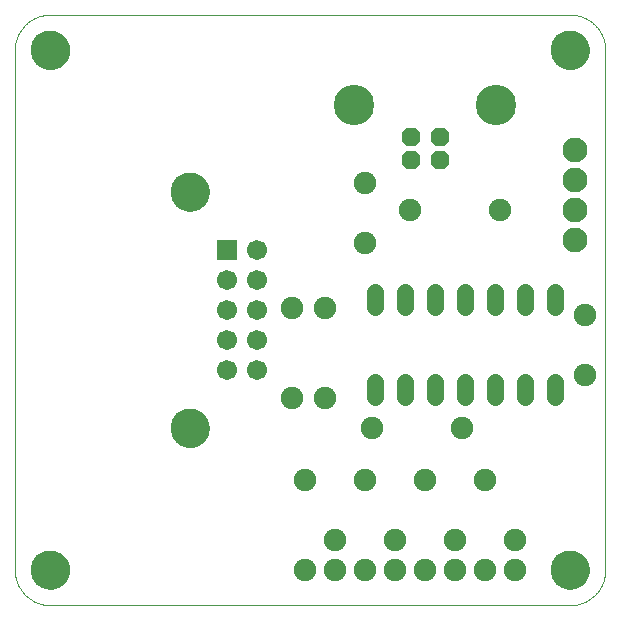
<source format=gbs>
G75*
%MOIN*%
%OFA0B0*%
%FSLAX25Y25*%
%IPPOS*%
%LPD*%
%AMOC8*
5,1,8,0,0,1.08239X$1,22.5*
%
%ADD10C,0.00000*%
%ADD11C,0.12998*%
%ADD12C,0.07487*%
%ADD13C,0.05600*%
%ADD14OC8,0.06140*%
%ADD15C,0.13455*%
%ADD16C,0.08274*%
%ADD17C,0.06699*%
%ADD18R,0.06699X0.06699*%
D10*
X0046801Y0017535D02*
X0046801Y0190764D01*
X0052313Y0190764D02*
X0052315Y0190922D01*
X0052321Y0191080D01*
X0052331Y0191238D01*
X0052345Y0191396D01*
X0052363Y0191553D01*
X0052384Y0191710D01*
X0052410Y0191866D01*
X0052440Y0192022D01*
X0052473Y0192177D01*
X0052511Y0192330D01*
X0052552Y0192483D01*
X0052597Y0192635D01*
X0052646Y0192786D01*
X0052699Y0192935D01*
X0052755Y0193083D01*
X0052815Y0193229D01*
X0052879Y0193374D01*
X0052947Y0193517D01*
X0053018Y0193659D01*
X0053092Y0193799D01*
X0053170Y0193936D01*
X0053252Y0194072D01*
X0053336Y0194206D01*
X0053425Y0194337D01*
X0053516Y0194466D01*
X0053611Y0194593D01*
X0053708Y0194718D01*
X0053809Y0194840D01*
X0053913Y0194959D01*
X0054020Y0195076D01*
X0054130Y0195190D01*
X0054243Y0195301D01*
X0054358Y0195410D01*
X0054476Y0195515D01*
X0054597Y0195617D01*
X0054720Y0195717D01*
X0054846Y0195813D01*
X0054974Y0195906D01*
X0055104Y0195996D01*
X0055237Y0196082D01*
X0055372Y0196166D01*
X0055508Y0196245D01*
X0055647Y0196322D01*
X0055788Y0196394D01*
X0055930Y0196464D01*
X0056074Y0196529D01*
X0056220Y0196591D01*
X0056367Y0196649D01*
X0056516Y0196704D01*
X0056666Y0196755D01*
X0056817Y0196802D01*
X0056969Y0196845D01*
X0057122Y0196884D01*
X0057277Y0196920D01*
X0057432Y0196951D01*
X0057588Y0196979D01*
X0057744Y0197003D01*
X0057901Y0197023D01*
X0058059Y0197039D01*
X0058216Y0197051D01*
X0058375Y0197059D01*
X0058533Y0197063D01*
X0058691Y0197063D01*
X0058849Y0197059D01*
X0059008Y0197051D01*
X0059165Y0197039D01*
X0059323Y0197023D01*
X0059480Y0197003D01*
X0059636Y0196979D01*
X0059792Y0196951D01*
X0059947Y0196920D01*
X0060102Y0196884D01*
X0060255Y0196845D01*
X0060407Y0196802D01*
X0060558Y0196755D01*
X0060708Y0196704D01*
X0060857Y0196649D01*
X0061004Y0196591D01*
X0061150Y0196529D01*
X0061294Y0196464D01*
X0061436Y0196394D01*
X0061577Y0196322D01*
X0061716Y0196245D01*
X0061852Y0196166D01*
X0061987Y0196082D01*
X0062120Y0195996D01*
X0062250Y0195906D01*
X0062378Y0195813D01*
X0062504Y0195717D01*
X0062627Y0195617D01*
X0062748Y0195515D01*
X0062866Y0195410D01*
X0062981Y0195301D01*
X0063094Y0195190D01*
X0063204Y0195076D01*
X0063311Y0194959D01*
X0063415Y0194840D01*
X0063516Y0194718D01*
X0063613Y0194593D01*
X0063708Y0194466D01*
X0063799Y0194337D01*
X0063888Y0194206D01*
X0063972Y0194072D01*
X0064054Y0193936D01*
X0064132Y0193799D01*
X0064206Y0193659D01*
X0064277Y0193517D01*
X0064345Y0193374D01*
X0064409Y0193229D01*
X0064469Y0193083D01*
X0064525Y0192935D01*
X0064578Y0192786D01*
X0064627Y0192635D01*
X0064672Y0192483D01*
X0064713Y0192330D01*
X0064751Y0192177D01*
X0064784Y0192022D01*
X0064814Y0191866D01*
X0064840Y0191710D01*
X0064861Y0191553D01*
X0064879Y0191396D01*
X0064893Y0191238D01*
X0064903Y0191080D01*
X0064909Y0190922D01*
X0064911Y0190764D01*
X0064909Y0190606D01*
X0064903Y0190448D01*
X0064893Y0190290D01*
X0064879Y0190132D01*
X0064861Y0189975D01*
X0064840Y0189818D01*
X0064814Y0189662D01*
X0064784Y0189506D01*
X0064751Y0189351D01*
X0064713Y0189198D01*
X0064672Y0189045D01*
X0064627Y0188893D01*
X0064578Y0188742D01*
X0064525Y0188593D01*
X0064469Y0188445D01*
X0064409Y0188299D01*
X0064345Y0188154D01*
X0064277Y0188011D01*
X0064206Y0187869D01*
X0064132Y0187729D01*
X0064054Y0187592D01*
X0063972Y0187456D01*
X0063888Y0187322D01*
X0063799Y0187191D01*
X0063708Y0187062D01*
X0063613Y0186935D01*
X0063516Y0186810D01*
X0063415Y0186688D01*
X0063311Y0186569D01*
X0063204Y0186452D01*
X0063094Y0186338D01*
X0062981Y0186227D01*
X0062866Y0186118D01*
X0062748Y0186013D01*
X0062627Y0185911D01*
X0062504Y0185811D01*
X0062378Y0185715D01*
X0062250Y0185622D01*
X0062120Y0185532D01*
X0061987Y0185446D01*
X0061852Y0185362D01*
X0061716Y0185283D01*
X0061577Y0185206D01*
X0061436Y0185134D01*
X0061294Y0185064D01*
X0061150Y0184999D01*
X0061004Y0184937D01*
X0060857Y0184879D01*
X0060708Y0184824D01*
X0060558Y0184773D01*
X0060407Y0184726D01*
X0060255Y0184683D01*
X0060102Y0184644D01*
X0059947Y0184608D01*
X0059792Y0184577D01*
X0059636Y0184549D01*
X0059480Y0184525D01*
X0059323Y0184505D01*
X0059165Y0184489D01*
X0059008Y0184477D01*
X0058849Y0184469D01*
X0058691Y0184465D01*
X0058533Y0184465D01*
X0058375Y0184469D01*
X0058216Y0184477D01*
X0058059Y0184489D01*
X0057901Y0184505D01*
X0057744Y0184525D01*
X0057588Y0184549D01*
X0057432Y0184577D01*
X0057277Y0184608D01*
X0057122Y0184644D01*
X0056969Y0184683D01*
X0056817Y0184726D01*
X0056666Y0184773D01*
X0056516Y0184824D01*
X0056367Y0184879D01*
X0056220Y0184937D01*
X0056074Y0184999D01*
X0055930Y0185064D01*
X0055788Y0185134D01*
X0055647Y0185206D01*
X0055508Y0185283D01*
X0055372Y0185362D01*
X0055237Y0185446D01*
X0055104Y0185532D01*
X0054974Y0185622D01*
X0054846Y0185715D01*
X0054720Y0185811D01*
X0054597Y0185911D01*
X0054476Y0186013D01*
X0054358Y0186118D01*
X0054243Y0186227D01*
X0054130Y0186338D01*
X0054020Y0186452D01*
X0053913Y0186569D01*
X0053809Y0186688D01*
X0053708Y0186810D01*
X0053611Y0186935D01*
X0053516Y0187062D01*
X0053425Y0187191D01*
X0053336Y0187322D01*
X0053252Y0187456D01*
X0053170Y0187592D01*
X0053092Y0187729D01*
X0053018Y0187869D01*
X0052947Y0188011D01*
X0052879Y0188154D01*
X0052815Y0188299D01*
X0052755Y0188445D01*
X0052699Y0188593D01*
X0052646Y0188742D01*
X0052597Y0188893D01*
X0052552Y0189045D01*
X0052511Y0189198D01*
X0052473Y0189351D01*
X0052440Y0189506D01*
X0052410Y0189662D01*
X0052384Y0189818D01*
X0052363Y0189975D01*
X0052345Y0190132D01*
X0052331Y0190290D01*
X0052321Y0190448D01*
X0052315Y0190606D01*
X0052313Y0190764D01*
X0046801Y0190764D02*
X0046804Y0191049D01*
X0046815Y0191335D01*
X0046832Y0191620D01*
X0046856Y0191904D01*
X0046887Y0192188D01*
X0046925Y0192471D01*
X0046970Y0192752D01*
X0047021Y0193033D01*
X0047079Y0193313D01*
X0047144Y0193591D01*
X0047216Y0193867D01*
X0047294Y0194141D01*
X0047379Y0194414D01*
X0047471Y0194684D01*
X0047569Y0194952D01*
X0047673Y0195218D01*
X0047784Y0195481D01*
X0047901Y0195741D01*
X0048024Y0195999D01*
X0048154Y0196253D01*
X0048290Y0196504D01*
X0048431Y0196752D01*
X0048579Y0196996D01*
X0048732Y0197237D01*
X0048892Y0197473D01*
X0049057Y0197706D01*
X0049227Y0197935D01*
X0049403Y0198160D01*
X0049585Y0198380D01*
X0049771Y0198596D01*
X0049963Y0198807D01*
X0050160Y0199014D01*
X0050362Y0199216D01*
X0050569Y0199413D01*
X0050780Y0199605D01*
X0050996Y0199791D01*
X0051216Y0199973D01*
X0051441Y0200149D01*
X0051670Y0200319D01*
X0051903Y0200484D01*
X0052139Y0200644D01*
X0052380Y0200797D01*
X0052624Y0200945D01*
X0052872Y0201086D01*
X0053123Y0201222D01*
X0053377Y0201352D01*
X0053635Y0201475D01*
X0053895Y0201592D01*
X0054158Y0201703D01*
X0054424Y0201807D01*
X0054692Y0201905D01*
X0054962Y0201997D01*
X0055235Y0202082D01*
X0055509Y0202160D01*
X0055785Y0202232D01*
X0056063Y0202297D01*
X0056343Y0202355D01*
X0056624Y0202406D01*
X0056905Y0202451D01*
X0057188Y0202489D01*
X0057472Y0202520D01*
X0057756Y0202544D01*
X0058041Y0202561D01*
X0058327Y0202572D01*
X0058612Y0202575D01*
X0231840Y0202575D01*
X0225541Y0190764D02*
X0225543Y0190922D01*
X0225549Y0191080D01*
X0225559Y0191238D01*
X0225573Y0191396D01*
X0225591Y0191553D01*
X0225612Y0191710D01*
X0225638Y0191866D01*
X0225668Y0192022D01*
X0225701Y0192177D01*
X0225739Y0192330D01*
X0225780Y0192483D01*
X0225825Y0192635D01*
X0225874Y0192786D01*
X0225927Y0192935D01*
X0225983Y0193083D01*
X0226043Y0193229D01*
X0226107Y0193374D01*
X0226175Y0193517D01*
X0226246Y0193659D01*
X0226320Y0193799D01*
X0226398Y0193936D01*
X0226480Y0194072D01*
X0226564Y0194206D01*
X0226653Y0194337D01*
X0226744Y0194466D01*
X0226839Y0194593D01*
X0226936Y0194718D01*
X0227037Y0194840D01*
X0227141Y0194959D01*
X0227248Y0195076D01*
X0227358Y0195190D01*
X0227471Y0195301D01*
X0227586Y0195410D01*
X0227704Y0195515D01*
X0227825Y0195617D01*
X0227948Y0195717D01*
X0228074Y0195813D01*
X0228202Y0195906D01*
X0228332Y0195996D01*
X0228465Y0196082D01*
X0228600Y0196166D01*
X0228736Y0196245D01*
X0228875Y0196322D01*
X0229016Y0196394D01*
X0229158Y0196464D01*
X0229302Y0196529D01*
X0229448Y0196591D01*
X0229595Y0196649D01*
X0229744Y0196704D01*
X0229894Y0196755D01*
X0230045Y0196802D01*
X0230197Y0196845D01*
X0230350Y0196884D01*
X0230505Y0196920D01*
X0230660Y0196951D01*
X0230816Y0196979D01*
X0230972Y0197003D01*
X0231129Y0197023D01*
X0231287Y0197039D01*
X0231444Y0197051D01*
X0231603Y0197059D01*
X0231761Y0197063D01*
X0231919Y0197063D01*
X0232077Y0197059D01*
X0232236Y0197051D01*
X0232393Y0197039D01*
X0232551Y0197023D01*
X0232708Y0197003D01*
X0232864Y0196979D01*
X0233020Y0196951D01*
X0233175Y0196920D01*
X0233330Y0196884D01*
X0233483Y0196845D01*
X0233635Y0196802D01*
X0233786Y0196755D01*
X0233936Y0196704D01*
X0234085Y0196649D01*
X0234232Y0196591D01*
X0234378Y0196529D01*
X0234522Y0196464D01*
X0234664Y0196394D01*
X0234805Y0196322D01*
X0234944Y0196245D01*
X0235080Y0196166D01*
X0235215Y0196082D01*
X0235348Y0195996D01*
X0235478Y0195906D01*
X0235606Y0195813D01*
X0235732Y0195717D01*
X0235855Y0195617D01*
X0235976Y0195515D01*
X0236094Y0195410D01*
X0236209Y0195301D01*
X0236322Y0195190D01*
X0236432Y0195076D01*
X0236539Y0194959D01*
X0236643Y0194840D01*
X0236744Y0194718D01*
X0236841Y0194593D01*
X0236936Y0194466D01*
X0237027Y0194337D01*
X0237116Y0194206D01*
X0237200Y0194072D01*
X0237282Y0193936D01*
X0237360Y0193799D01*
X0237434Y0193659D01*
X0237505Y0193517D01*
X0237573Y0193374D01*
X0237637Y0193229D01*
X0237697Y0193083D01*
X0237753Y0192935D01*
X0237806Y0192786D01*
X0237855Y0192635D01*
X0237900Y0192483D01*
X0237941Y0192330D01*
X0237979Y0192177D01*
X0238012Y0192022D01*
X0238042Y0191866D01*
X0238068Y0191710D01*
X0238089Y0191553D01*
X0238107Y0191396D01*
X0238121Y0191238D01*
X0238131Y0191080D01*
X0238137Y0190922D01*
X0238139Y0190764D01*
X0238137Y0190606D01*
X0238131Y0190448D01*
X0238121Y0190290D01*
X0238107Y0190132D01*
X0238089Y0189975D01*
X0238068Y0189818D01*
X0238042Y0189662D01*
X0238012Y0189506D01*
X0237979Y0189351D01*
X0237941Y0189198D01*
X0237900Y0189045D01*
X0237855Y0188893D01*
X0237806Y0188742D01*
X0237753Y0188593D01*
X0237697Y0188445D01*
X0237637Y0188299D01*
X0237573Y0188154D01*
X0237505Y0188011D01*
X0237434Y0187869D01*
X0237360Y0187729D01*
X0237282Y0187592D01*
X0237200Y0187456D01*
X0237116Y0187322D01*
X0237027Y0187191D01*
X0236936Y0187062D01*
X0236841Y0186935D01*
X0236744Y0186810D01*
X0236643Y0186688D01*
X0236539Y0186569D01*
X0236432Y0186452D01*
X0236322Y0186338D01*
X0236209Y0186227D01*
X0236094Y0186118D01*
X0235976Y0186013D01*
X0235855Y0185911D01*
X0235732Y0185811D01*
X0235606Y0185715D01*
X0235478Y0185622D01*
X0235348Y0185532D01*
X0235215Y0185446D01*
X0235080Y0185362D01*
X0234944Y0185283D01*
X0234805Y0185206D01*
X0234664Y0185134D01*
X0234522Y0185064D01*
X0234378Y0184999D01*
X0234232Y0184937D01*
X0234085Y0184879D01*
X0233936Y0184824D01*
X0233786Y0184773D01*
X0233635Y0184726D01*
X0233483Y0184683D01*
X0233330Y0184644D01*
X0233175Y0184608D01*
X0233020Y0184577D01*
X0232864Y0184549D01*
X0232708Y0184525D01*
X0232551Y0184505D01*
X0232393Y0184489D01*
X0232236Y0184477D01*
X0232077Y0184469D01*
X0231919Y0184465D01*
X0231761Y0184465D01*
X0231603Y0184469D01*
X0231444Y0184477D01*
X0231287Y0184489D01*
X0231129Y0184505D01*
X0230972Y0184525D01*
X0230816Y0184549D01*
X0230660Y0184577D01*
X0230505Y0184608D01*
X0230350Y0184644D01*
X0230197Y0184683D01*
X0230045Y0184726D01*
X0229894Y0184773D01*
X0229744Y0184824D01*
X0229595Y0184879D01*
X0229448Y0184937D01*
X0229302Y0184999D01*
X0229158Y0185064D01*
X0229016Y0185134D01*
X0228875Y0185206D01*
X0228736Y0185283D01*
X0228600Y0185362D01*
X0228465Y0185446D01*
X0228332Y0185532D01*
X0228202Y0185622D01*
X0228074Y0185715D01*
X0227948Y0185811D01*
X0227825Y0185911D01*
X0227704Y0186013D01*
X0227586Y0186118D01*
X0227471Y0186227D01*
X0227358Y0186338D01*
X0227248Y0186452D01*
X0227141Y0186569D01*
X0227037Y0186688D01*
X0226936Y0186810D01*
X0226839Y0186935D01*
X0226744Y0187062D01*
X0226653Y0187191D01*
X0226564Y0187322D01*
X0226480Y0187456D01*
X0226398Y0187592D01*
X0226320Y0187729D01*
X0226246Y0187869D01*
X0226175Y0188011D01*
X0226107Y0188154D01*
X0226043Y0188299D01*
X0225983Y0188445D01*
X0225927Y0188593D01*
X0225874Y0188742D01*
X0225825Y0188893D01*
X0225780Y0189045D01*
X0225739Y0189198D01*
X0225701Y0189351D01*
X0225668Y0189506D01*
X0225638Y0189662D01*
X0225612Y0189818D01*
X0225591Y0189975D01*
X0225573Y0190132D01*
X0225559Y0190290D01*
X0225549Y0190448D01*
X0225543Y0190606D01*
X0225541Y0190764D01*
X0231840Y0202575D02*
X0232125Y0202572D01*
X0232411Y0202561D01*
X0232696Y0202544D01*
X0232980Y0202520D01*
X0233264Y0202489D01*
X0233547Y0202451D01*
X0233828Y0202406D01*
X0234109Y0202355D01*
X0234389Y0202297D01*
X0234667Y0202232D01*
X0234943Y0202160D01*
X0235217Y0202082D01*
X0235490Y0201997D01*
X0235760Y0201905D01*
X0236028Y0201807D01*
X0236294Y0201703D01*
X0236557Y0201592D01*
X0236817Y0201475D01*
X0237075Y0201352D01*
X0237329Y0201222D01*
X0237580Y0201086D01*
X0237828Y0200945D01*
X0238072Y0200797D01*
X0238313Y0200644D01*
X0238549Y0200484D01*
X0238782Y0200319D01*
X0239011Y0200149D01*
X0239236Y0199973D01*
X0239456Y0199791D01*
X0239672Y0199605D01*
X0239883Y0199413D01*
X0240090Y0199216D01*
X0240292Y0199014D01*
X0240489Y0198807D01*
X0240681Y0198596D01*
X0240867Y0198380D01*
X0241049Y0198160D01*
X0241225Y0197935D01*
X0241395Y0197706D01*
X0241560Y0197473D01*
X0241720Y0197237D01*
X0241873Y0196996D01*
X0242021Y0196752D01*
X0242162Y0196504D01*
X0242298Y0196253D01*
X0242428Y0195999D01*
X0242551Y0195741D01*
X0242668Y0195481D01*
X0242779Y0195218D01*
X0242883Y0194952D01*
X0242981Y0194684D01*
X0243073Y0194414D01*
X0243158Y0194141D01*
X0243236Y0193867D01*
X0243308Y0193591D01*
X0243373Y0193313D01*
X0243431Y0193033D01*
X0243482Y0192752D01*
X0243527Y0192471D01*
X0243565Y0192188D01*
X0243596Y0191904D01*
X0243620Y0191620D01*
X0243637Y0191335D01*
X0243648Y0191049D01*
X0243651Y0190764D01*
X0243651Y0017535D01*
X0225541Y0017535D02*
X0225543Y0017693D01*
X0225549Y0017851D01*
X0225559Y0018009D01*
X0225573Y0018167D01*
X0225591Y0018324D01*
X0225612Y0018481D01*
X0225638Y0018637D01*
X0225668Y0018793D01*
X0225701Y0018948D01*
X0225739Y0019101D01*
X0225780Y0019254D01*
X0225825Y0019406D01*
X0225874Y0019557D01*
X0225927Y0019706D01*
X0225983Y0019854D01*
X0226043Y0020000D01*
X0226107Y0020145D01*
X0226175Y0020288D01*
X0226246Y0020430D01*
X0226320Y0020570D01*
X0226398Y0020707D01*
X0226480Y0020843D01*
X0226564Y0020977D01*
X0226653Y0021108D01*
X0226744Y0021237D01*
X0226839Y0021364D01*
X0226936Y0021489D01*
X0227037Y0021611D01*
X0227141Y0021730D01*
X0227248Y0021847D01*
X0227358Y0021961D01*
X0227471Y0022072D01*
X0227586Y0022181D01*
X0227704Y0022286D01*
X0227825Y0022388D01*
X0227948Y0022488D01*
X0228074Y0022584D01*
X0228202Y0022677D01*
X0228332Y0022767D01*
X0228465Y0022853D01*
X0228600Y0022937D01*
X0228736Y0023016D01*
X0228875Y0023093D01*
X0229016Y0023165D01*
X0229158Y0023235D01*
X0229302Y0023300D01*
X0229448Y0023362D01*
X0229595Y0023420D01*
X0229744Y0023475D01*
X0229894Y0023526D01*
X0230045Y0023573D01*
X0230197Y0023616D01*
X0230350Y0023655D01*
X0230505Y0023691D01*
X0230660Y0023722D01*
X0230816Y0023750D01*
X0230972Y0023774D01*
X0231129Y0023794D01*
X0231287Y0023810D01*
X0231444Y0023822D01*
X0231603Y0023830D01*
X0231761Y0023834D01*
X0231919Y0023834D01*
X0232077Y0023830D01*
X0232236Y0023822D01*
X0232393Y0023810D01*
X0232551Y0023794D01*
X0232708Y0023774D01*
X0232864Y0023750D01*
X0233020Y0023722D01*
X0233175Y0023691D01*
X0233330Y0023655D01*
X0233483Y0023616D01*
X0233635Y0023573D01*
X0233786Y0023526D01*
X0233936Y0023475D01*
X0234085Y0023420D01*
X0234232Y0023362D01*
X0234378Y0023300D01*
X0234522Y0023235D01*
X0234664Y0023165D01*
X0234805Y0023093D01*
X0234944Y0023016D01*
X0235080Y0022937D01*
X0235215Y0022853D01*
X0235348Y0022767D01*
X0235478Y0022677D01*
X0235606Y0022584D01*
X0235732Y0022488D01*
X0235855Y0022388D01*
X0235976Y0022286D01*
X0236094Y0022181D01*
X0236209Y0022072D01*
X0236322Y0021961D01*
X0236432Y0021847D01*
X0236539Y0021730D01*
X0236643Y0021611D01*
X0236744Y0021489D01*
X0236841Y0021364D01*
X0236936Y0021237D01*
X0237027Y0021108D01*
X0237116Y0020977D01*
X0237200Y0020843D01*
X0237282Y0020707D01*
X0237360Y0020570D01*
X0237434Y0020430D01*
X0237505Y0020288D01*
X0237573Y0020145D01*
X0237637Y0020000D01*
X0237697Y0019854D01*
X0237753Y0019706D01*
X0237806Y0019557D01*
X0237855Y0019406D01*
X0237900Y0019254D01*
X0237941Y0019101D01*
X0237979Y0018948D01*
X0238012Y0018793D01*
X0238042Y0018637D01*
X0238068Y0018481D01*
X0238089Y0018324D01*
X0238107Y0018167D01*
X0238121Y0018009D01*
X0238131Y0017851D01*
X0238137Y0017693D01*
X0238139Y0017535D01*
X0238137Y0017377D01*
X0238131Y0017219D01*
X0238121Y0017061D01*
X0238107Y0016903D01*
X0238089Y0016746D01*
X0238068Y0016589D01*
X0238042Y0016433D01*
X0238012Y0016277D01*
X0237979Y0016122D01*
X0237941Y0015969D01*
X0237900Y0015816D01*
X0237855Y0015664D01*
X0237806Y0015513D01*
X0237753Y0015364D01*
X0237697Y0015216D01*
X0237637Y0015070D01*
X0237573Y0014925D01*
X0237505Y0014782D01*
X0237434Y0014640D01*
X0237360Y0014500D01*
X0237282Y0014363D01*
X0237200Y0014227D01*
X0237116Y0014093D01*
X0237027Y0013962D01*
X0236936Y0013833D01*
X0236841Y0013706D01*
X0236744Y0013581D01*
X0236643Y0013459D01*
X0236539Y0013340D01*
X0236432Y0013223D01*
X0236322Y0013109D01*
X0236209Y0012998D01*
X0236094Y0012889D01*
X0235976Y0012784D01*
X0235855Y0012682D01*
X0235732Y0012582D01*
X0235606Y0012486D01*
X0235478Y0012393D01*
X0235348Y0012303D01*
X0235215Y0012217D01*
X0235080Y0012133D01*
X0234944Y0012054D01*
X0234805Y0011977D01*
X0234664Y0011905D01*
X0234522Y0011835D01*
X0234378Y0011770D01*
X0234232Y0011708D01*
X0234085Y0011650D01*
X0233936Y0011595D01*
X0233786Y0011544D01*
X0233635Y0011497D01*
X0233483Y0011454D01*
X0233330Y0011415D01*
X0233175Y0011379D01*
X0233020Y0011348D01*
X0232864Y0011320D01*
X0232708Y0011296D01*
X0232551Y0011276D01*
X0232393Y0011260D01*
X0232236Y0011248D01*
X0232077Y0011240D01*
X0231919Y0011236D01*
X0231761Y0011236D01*
X0231603Y0011240D01*
X0231444Y0011248D01*
X0231287Y0011260D01*
X0231129Y0011276D01*
X0230972Y0011296D01*
X0230816Y0011320D01*
X0230660Y0011348D01*
X0230505Y0011379D01*
X0230350Y0011415D01*
X0230197Y0011454D01*
X0230045Y0011497D01*
X0229894Y0011544D01*
X0229744Y0011595D01*
X0229595Y0011650D01*
X0229448Y0011708D01*
X0229302Y0011770D01*
X0229158Y0011835D01*
X0229016Y0011905D01*
X0228875Y0011977D01*
X0228736Y0012054D01*
X0228600Y0012133D01*
X0228465Y0012217D01*
X0228332Y0012303D01*
X0228202Y0012393D01*
X0228074Y0012486D01*
X0227948Y0012582D01*
X0227825Y0012682D01*
X0227704Y0012784D01*
X0227586Y0012889D01*
X0227471Y0012998D01*
X0227358Y0013109D01*
X0227248Y0013223D01*
X0227141Y0013340D01*
X0227037Y0013459D01*
X0226936Y0013581D01*
X0226839Y0013706D01*
X0226744Y0013833D01*
X0226653Y0013962D01*
X0226564Y0014093D01*
X0226480Y0014227D01*
X0226398Y0014363D01*
X0226320Y0014500D01*
X0226246Y0014640D01*
X0226175Y0014782D01*
X0226107Y0014925D01*
X0226043Y0015070D01*
X0225983Y0015216D01*
X0225927Y0015364D01*
X0225874Y0015513D01*
X0225825Y0015664D01*
X0225780Y0015816D01*
X0225739Y0015969D01*
X0225701Y0016122D01*
X0225668Y0016277D01*
X0225638Y0016433D01*
X0225612Y0016589D01*
X0225591Y0016746D01*
X0225573Y0016903D01*
X0225559Y0017061D01*
X0225549Y0017219D01*
X0225543Y0017377D01*
X0225541Y0017535D01*
X0231840Y0005724D02*
X0232125Y0005727D01*
X0232411Y0005738D01*
X0232696Y0005755D01*
X0232980Y0005779D01*
X0233264Y0005810D01*
X0233547Y0005848D01*
X0233828Y0005893D01*
X0234109Y0005944D01*
X0234389Y0006002D01*
X0234667Y0006067D01*
X0234943Y0006139D01*
X0235217Y0006217D01*
X0235490Y0006302D01*
X0235760Y0006394D01*
X0236028Y0006492D01*
X0236294Y0006596D01*
X0236557Y0006707D01*
X0236817Y0006824D01*
X0237075Y0006947D01*
X0237329Y0007077D01*
X0237580Y0007213D01*
X0237828Y0007354D01*
X0238072Y0007502D01*
X0238313Y0007655D01*
X0238549Y0007815D01*
X0238782Y0007980D01*
X0239011Y0008150D01*
X0239236Y0008326D01*
X0239456Y0008508D01*
X0239672Y0008694D01*
X0239883Y0008886D01*
X0240090Y0009083D01*
X0240292Y0009285D01*
X0240489Y0009492D01*
X0240681Y0009703D01*
X0240867Y0009919D01*
X0241049Y0010139D01*
X0241225Y0010364D01*
X0241395Y0010593D01*
X0241560Y0010826D01*
X0241720Y0011062D01*
X0241873Y0011303D01*
X0242021Y0011547D01*
X0242162Y0011795D01*
X0242298Y0012046D01*
X0242428Y0012300D01*
X0242551Y0012558D01*
X0242668Y0012818D01*
X0242779Y0013081D01*
X0242883Y0013347D01*
X0242981Y0013615D01*
X0243073Y0013885D01*
X0243158Y0014158D01*
X0243236Y0014432D01*
X0243308Y0014708D01*
X0243373Y0014986D01*
X0243431Y0015266D01*
X0243482Y0015547D01*
X0243527Y0015828D01*
X0243565Y0016111D01*
X0243596Y0016395D01*
X0243620Y0016679D01*
X0243637Y0016964D01*
X0243648Y0017250D01*
X0243651Y0017535D01*
X0231840Y0005724D02*
X0058612Y0005724D01*
X0052313Y0017535D02*
X0052315Y0017693D01*
X0052321Y0017851D01*
X0052331Y0018009D01*
X0052345Y0018167D01*
X0052363Y0018324D01*
X0052384Y0018481D01*
X0052410Y0018637D01*
X0052440Y0018793D01*
X0052473Y0018948D01*
X0052511Y0019101D01*
X0052552Y0019254D01*
X0052597Y0019406D01*
X0052646Y0019557D01*
X0052699Y0019706D01*
X0052755Y0019854D01*
X0052815Y0020000D01*
X0052879Y0020145D01*
X0052947Y0020288D01*
X0053018Y0020430D01*
X0053092Y0020570D01*
X0053170Y0020707D01*
X0053252Y0020843D01*
X0053336Y0020977D01*
X0053425Y0021108D01*
X0053516Y0021237D01*
X0053611Y0021364D01*
X0053708Y0021489D01*
X0053809Y0021611D01*
X0053913Y0021730D01*
X0054020Y0021847D01*
X0054130Y0021961D01*
X0054243Y0022072D01*
X0054358Y0022181D01*
X0054476Y0022286D01*
X0054597Y0022388D01*
X0054720Y0022488D01*
X0054846Y0022584D01*
X0054974Y0022677D01*
X0055104Y0022767D01*
X0055237Y0022853D01*
X0055372Y0022937D01*
X0055508Y0023016D01*
X0055647Y0023093D01*
X0055788Y0023165D01*
X0055930Y0023235D01*
X0056074Y0023300D01*
X0056220Y0023362D01*
X0056367Y0023420D01*
X0056516Y0023475D01*
X0056666Y0023526D01*
X0056817Y0023573D01*
X0056969Y0023616D01*
X0057122Y0023655D01*
X0057277Y0023691D01*
X0057432Y0023722D01*
X0057588Y0023750D01*
X0057744Y0023774D01*
X0057901Y0023794D01*
X0058059Y0023810D01*
X0058216Y0023822D01*
X0058375Y0023830D01*
X0058533Y0023834D01*
X0058691Y0023834D01*
X0058849Y0023830D01*
X0059008Y0023822D01*
X0059165Y0023810D01*
X0059323Y0023794D01*
X0059480Y0023774D01*
X0059636Y0023750D01*
X0059792Y0023722D01*
X0059947Y0023691D01*
X0060102Y0023655D01*
X0060255Y0023616D01*
X0060407Y0023573D01*
X0060558Y0023526D01*
X0060708Y0023475D01*
X0060857Y0023420D01*
X0061004Y0023362D01*
X0061150Y0023300D01*
X0061294Y0023235D01*
X0061436Y0023165D01*
X0061577Y0023093D01*
X0061716Y0023016D01*
X0061852Y0022937D01*
X0061987Y0022853D01*
X0062120Y0022767D01*
X0062250Y0022677D01*
X0062378Y0022584D01*
X0062504Y0022488D01*
X0062627Y0022388D01*
X0062748Y0022286D01*
X0062866Y0022181D01*
X0062981Y0022072D01*
X0063094Y0021961D01*
X0063204Y0021847D01*
X0063311Y0021730D01*
X0063415Y0021611D01*
X0063516Y0021489D01*
X0063613Y0021364D01*
X0063708Y0021237D01*
X0063799Y0021108D01*
X0063888Y0020977D01*
X0063972Y0020843D01*
X0064054Y0020707D01*
X0064132Y0020570D01*
X0064206Y0020430D01*
X0064277Y0020288D01*
X0064345Y0020145D01*
X0064409Y0020000D01*
X0064469Y0019854D01*
X0064525Y0019706D01*
X0064578Y0019557D01*
X0064627Y0019406D01*
X0064672Y0019254D01*
X0064713Y0019101D01*
X0064751Y0018948D01*
X0064784Y0018793D01*
X0064814Y0018637D01*
X0064840Y0018481D01*
X0064861Y0018324D01*
X0064879Y0018167D01*
X0064893Y0018009D01*
X0064903Y0017851D01*
X0064909Y0017693D01*
X0064911Y0017535D01*
X0064909Y0017377D01*
X0064903Y0017219D01*
X0064893Y0017061D01*
X0064879Y0016903D01*
X0064861Y0016746D01*
X0064840Y0016589D01*
X0064814Y0016433D01*
X0064784Y0016277D01*
X0064751Y0016122D01*
X0064713Y0015969D01*
X0064672Y0015816D01*
X0064627Y0015664D01*
X0064578Y0015513D01*
X0064525Y0015364D01*
X0064469Y0015216D01*
X0064409Y0015070D01*
X0064345Y0014925D01*
X0064277Y0014782D01*
X0064206Y0014640D01*
X0064132Y0014500D01*
X0064054Y0014363D01*
X0063972Y0014227D01*
X0063888Y0014093D01*
X0063799Y0013962D01*
X0063708Y0013833D01*
X0063613Y0013706D01*
X0063516Y0013581D01*
X0063415Y0013459D01*
X0063311Y0013340D01*
X0063204Y0013223D01*
X0063094Y0013109D01*
X0062981Y0012998D01*
X0062866Y0012889D01*
X0062748Y0012784D01*
X0062627Y0012682D01*
X0062504Y0012582D01*
X0062378Y0012486D01*
X0062250Y0012393D01*
X0062120Y0012303D01*
X0061987Y0012217D01*
X0061852Y0012133D01*
X0061716Y0012054D01*
X0061577Y0011977D01*
X0061436Y0011905D01*
X0061294Y0011835D01*
X0061150Y0011770D01*
X0061004Y0011708D01*
X0060857Y0011650D01*
X0060708Y0011595D01*
X0060558Y0011544D01*
X0060407Y0011497D01*
X0060255Y0011454D01*
X0060102Y0011415D01*
X0059947Y0011379D01*
X0059792Y0011348D01*
X0059636Y0011320D01*
X0059480Y0011296D01*
X0059323Y0011276D01*
X0059165Y0011260D01*
X0059008Y0011248D01*
X0058849Y0011240D01*
X0058691Y0011236D01*
X0058533Y0011236D01*
X0058375Y0011240D01*
X0058216Y0011248D01*
X0058059Y0011260D01*
X0057901Y0011276D01*
X0057744Y0011296D01*
X0057588Y0011320D01*
X0057432Y0011348D01*
X0057277Y0011379D01*
X0057122Y0011415D01*
X0056969Y0011454D01*
X0056817Y0011497D01*
X0056666Y0011544D01*
X0056516Y0011595D01*
X0056367Y0011650D01*
X0056220Y0011708D01*
X0056074Y0011770D01*
X0055930Y0011835D01*
X0055788Y0011905D01*
X0055647Y0011977D01*
X0055508Y0012054D01*
X0055372Y0012133D01*
X0055237Y0012217D01*
X0055104Y0012303D01*
X0054974Y0012393D01*
X0054846Y0012486D01*
X0054720Y0012582D01*
X0054597Y0012682D01*
X0054476Y0012784D01*
X0054358Y0012889D01*
X0054243Y0012998D01*
X0054130Y0013109D01*
X0054020Y0013223D01*
X0053913Y0013340D01*
X0053809Y0013459D01*
X0053708Y0013581D01*
X0053611Y0013706D01*
X0053516Y0013833D01*
X0053425Y0013962D01*
X0053336Y0014093D01*
X0053252Y0014227D01*
X0053170Y0014363D01*
X0053092Y0014500D01*
X0053018Y0014640D01*
X0052947Y0014782D01*
X0052879Y0014925D01*
X0052815Y0015070D01*
X0052755Y0015216D01*
X0052699Y0015364D01*
X0052646Y0015513D01*
X0052597Y0015664D01*
X0052552Y0015816D01*
X0052511Y0015969D01*
X0052473Y0016122D01*
X0052440Y0016277D01*
X0052410Y0016433D01*
X0052384Y0016589D01*
X0052363Y0016746D01*
X0052345Y0016903D01*
X0052331Y0017061D01*
X0052321Y0017219D01*
X0052315Y0017377D01*
X0052313Y0017535D01*
X0046801Y0017535D02*
X0046804Y0017250D01*
X0046815Y0016964D01*
X0046832Y0016679D01*
X0046856Y0016395D01*
X0046887Y0016111D01*
X0046925Y0015828D01*
X0046970Y0015547D01*
X0047021Y0015266D01*
X0047079Y0014986D01*
X0047144Y0014708D01*
X0047216Y0014432D01*
X0047294Y0014158D01*
X0047379Y0013885D01*
X0047471Y0013615D01*
X0047569Y0013347D01*
X0047673Y0013081D01*
X0047784Y0012818D01*
X0047901Y0012558D01*
X0048024Y0012300D01*
X0048154Y0012046D01*
X0048290Y0011795D01*
X0048431Y0011547D01*
X0048579Y0011303D01*
X0048732Y0011062D01*
X0048892Y0010826D01*
X0049057Y0010593D01*
X0049227Y0010364D01*
X0049403Y0010139D01*
X0049585Y0009919D01*
X0049771Y0009703D01*
X0049963Y0009492D01*
X0050160Y0009285D01*
X0050362Y0009083D01*
X0050569Y0008886D01*
X0050780Y0008694D01*
X0050996Y0008508D01*
X0051216Y0008326D01*
X0051441Y0008150D01*
X0051670Y0007980D01*
X0051903Y0007815D01*
X0052139Y0007655D01*
X0052380Y0007502D01*
X0052624Y0007354D01*
X0052872Y0007213D01*
X0053123Y0007077D01*
X0053377Y0006947D01*
X0053635Y0006824D01*
X0053895Y0006707D01*
X0054158Y0006596D01*
X0054424Y0006492D01*
X0054692Y0006394D01*
X0054962Y0006302D01*
X0055235Y0006217D01*
X0055509Y0006139D01*
X0055785Y0006067D01*
X0056063Y0006002D01*
X0056343Y0005944D01*
X0056624Y0005893D01*
X0056905Y0005848D01*
X0057188Y0005810D01*
X0057472Y0005779D01*
X0057756Y0005755D01*
X0058041Y0005738D01*
X0058327Y0005727D01*
X0058612Y0005724D01*
X0098848Y0064780D02*
X0098850Y0064938D01*
X0098856Y0065096D01*
X0098866Y0065254D01*
X0098880Y0065412D01*
X0098898Y0065569D01*
X0098919Y0065726D01*
X0098945Y0065882D01*
X0098975Y0066038D01*
X0099008Y0066193D01*
X0099046Y0066346D01*
X0099087Y0066499D01*
X0099132Y0066651D01*
X0099181Y0066802D01*
X0099234Y0066951D01*
X0099290Y0067099D01*
X0099350Y0067245D01*
X0099414Y0067390D01*
X0099482Y0067533D01*
X0099553Y0067675D01*
X0099627Y0067815D01*
X0099705Y0067952D01*
X0099787Y0068088D01*
X0099871Y0068222D01*
X0099960Y0068353D01*
X0100051Y0068482D01*
X0100146Y0068609D01*
X0100243Y0068734D01*
X0100344Y0068856D01*
X0100448Y0068975D01*
X0100555Y0069092D01*
X0100665Y0069206D01*
X0100778Y0069317D01*
X0100893Y0069426D01*
X0101011Y0069531D01*
X0101132Y0069633D01*
X0101255Y0069733D01*
X0101381Y0069829D01*
X0101509Y0069922D01*
X0101639Y0070012D01*
X0101772Y0070098D01*
X0101907Y0070182D01*
X0102043Y0070261D01*
X0102182Y0070338D01*
X0102323Y0070410D01*
X0102465Y0070480D01*
X0102609Y0070545D01*
X0102755Y0070607D01*
X0102902Y0070665D01*
X0103051Y0070720D01*
X0103201Y0070771D01*
X0103352Y0070818D01*
X0103504Y0070861D01*
X0103657Y0070900D01*
X0103812Y0070936D01*
X0103967Y0070967D01*
X0104123Y0070995D01*
X0104279Y0071019D01*
X0104436Y0071039D01*
X0104594Y0071055D01*
X0104751Y0071067D01*
X0104910Y0071075D01*
X0105068Y0071079D01*
X0105226Y0071079D01*
X0105384Y0071075D01*
X0105543Y0071067D01*
X0105700Y0071055D01*
X0105858Y0071039D01*
X0106015Y0071019D01*
X0106171Y0070995D01*
X0106327Y0070967D01*
X0106482Y0070936D01*
X0106637Y0070900D01*
X0106790Y0070861D01*
X0106942Y0070818D01*
X0107093Y0070771D01*
X0107243Y0070720D01*
X0107392Y0070665D01*
X0107539Y0070607D01*
X0107685Y0070545D01*
X0107829Y0070480D01*
X0107971Y0070410D01*
X0108112Y0070338D01*
X0108251Y0070261D01*
X0108387Y0070182D01*
X0108522Y0070098D01*
X0108655Y0070012D01*
X0108785Y0069922D01*
X0108913Y0069829D01*
X0109039Y0069733D01*
X0109162Y0069633D01*
X0109283Y0069531D01*
X0109401Y0069426D01*
X0109516Y0069317D01*
X0109629Y0069206D01*
X0109739Y0069092D01*
X0109846Y0068975D01*
X0109950Y0068856D01*
X0110051Y0068734D01*
X0110148Y0068609D01*
X0110243Y0068482D01*
X0110334Y0068353D01*
X0110423Y0068222D01*
X0110507Y0068088D01*
X0110589Y0067952D01*
X0110667Y0067815D01*
X0110741Y0067675D01*
X0110812Y0067533D01*
X0110880Y0067390D01*
X0110944Y0067245D01*
X0111004Y0067099D01*
X0111060Y0066951D01*
X0111113Y0066802D01*
X0111162Y0066651D01*
X0111207Y0066499D01*
X0111248Y0066346D01*
X0111286Y0066193D01*
X0111319Y0066038D01*
X0111349Y0065882D01*
X0111375Y0065726D01*
X0111396Y0065569D01*
X0111414Y0065412D01*
X0111428Y0065254D01*
X0111438Y0065096D01*
X0111444Y0064938D01*
X0111446Y0064780D01*
X0111444Y0064622D01*
X0111438Y0064464D01*
X0111428Y0064306D01*
X0111414Y0064148D01*
X0111396Y0063991D01*
X0111375Y0063834D01*
X0111349Y0063678D01*
X0111319Y0063522D01*
X0111286Y0063367D01*
X0111248Y0063214D01*
X0111207Y0063061D01*
X0111162Y0062909D01*
X0111113Y0062758D01*
X0111060Y0062609D01*
X0111004Y0062461D01*
X0110944Y0062315D01*
X0110880Y0062170D01*
X0110812Y0062027D01*
X0110741Y0061885D01*
X0110667Y0061745D01*
X0110589Y0061608D01*
X0110507Y0061472D01*
X0110423Y0061338D01*
X0110334Y0061207D01*
X0110243Y0061078D01*
X0110148Y0060951D01*
X0110051Y0060826D01*
X0109950Y0060704D01*
X0109846Y0060585D01*
X0109739Y0060468D01*
X0109629Y0060354D01*
X0109516Y0060243D01*
X0109401Y0060134D01*
X0109283Y0060029D01*
X0109162Y0059927D01*
X0109039Y0059827D01*
X0108913Y0059731D01*
X0108785Y0059638D01*
X0108655Y0059548D01*
X0108522Y0059462D01*
X0108387Y0059378D01*
X0108251Y0059299D01*
X0108112Y0059222D01*
X0107971Y0059150D01*
X0107829Y0059080D01*
X0107685Y0059015D01*
X0107539Y0058953D01*
X0107392Y0058895D01*
X0107243Y0058840D01*
X0107093Y0058789D01*
X0106942Y0058742D01*
X0106790Y0058699D01*
X0106637Y0058660D01*
X0106482Y0058624D01*
X0106327Y0058593D01*
X0106171Y0058565D01*
X0106015Y0058541D01*
X0105858Y0058521D01*
X0105700Y0058505D01*
X0105543Y0058493D01*
X0105384Y0058485D01*
X0105226Y0058481D01*
X0105068Y0058481D01*
X0104910Y0058485D01*
X0104751Y0058493D01*
X0104594Y0058505D01*
X0104436Y0058521D01*
X0104279Y0058541D01*
X0104123Y0058565D01*
X0103967Y0058593D01*
X0103812Y0058624D01*
X0103657Y0058660D01*
X0103504Y0058699D01*
X0103352Y0058742D01*
X0103201Y0058789D01*
X0103051Y0058840D01*
X0102902Y0058895D01*
X0102755Y0058953D01*
X0102609Y0059015D01*
X0102465Y0059080D01*
X0102323Y0059150D01*
X0102182Y0059222D01*
X0102043Y0059299D01*
X0101907Y0059378D01*
X0101772Y0059462D01*
X0101639Y0059548D01*
X0101509Y0059638D01*
X0101381Y0059731D01*
X0101255Y0059827D01*
X0101132Y0059927D01*
X0101011Y0060029D01*
X0100893Y0060134D01*
X0100778Y0060243D01*
X0100665Y0060354D01*
X0100555Y0060468D01*
X0100448Y0060585D01*
X0100344Y0060704D01*
X0100243Y0060826D01*
X0100146Y0060951D01*
X0100051Y0061078D01*
X0099960Y0061207D01*
X0099871Y0061338D01*
X0099787Y0061472D01*
X0099705Y0061608D01*
X0099627Y0061745D01*
X0099553Y0061885D01*
X0099482Y0062027D01*
X0099414Y0062170D01*
X0099350Y0062315D01*
X0099290Y0062461D01*
X0099234Y0062609D01*
X0099181Y0062758D01*
X0099132Y0062909D01*
X0099087Y0063061D01*
X0099046Y0063214D01*
X0099008Y0063367D01*
X0098975Y0063522D01*
X0098945Y0063678D01*
X0098919Y0063834D01*
X0098898Y0063991D01*
X0098880Y0064148D01*
X0098866Y0064306D01*
X0098856Y0064464D01*
X0098850Y0064622D01*
X0098848Y0064780D01*
X0098848Y0143520D02*
X0098850Y0143678D01*
X0098856Y0143836D01*
X0098866Y0143994D01*
X0098880Y0144152D01*
X0098898Y0144309D01*
X0098919Y0144466D01*
X0098945Y0144622D01*
X0098975Y0144778D01*
X0099008Y0144933D01*
X0099046Y0145086D01*
X0099087Y0145239D01*
X0099132Y0145391D01*
X0099181Y0145542D01*
X0099234Y0145691D01*
X0099290Y0145839D01*
X0099350Y0145985D01*
X0099414Y0146130D01*
X0099482Y0146273D01*
X0099553Y0146415D01*
X0099627Y0146555D01*
X0099705Y0146692D01*
X0099787Y0146828D01*
X0099871Y0146962D01*
X0099960Y0147093D01*
X0100051Y0147222D01*
X0100146Y0147349D01*
X0100243Y0147474D01*
X0100344Y0147596D01*
X0100448Y0147715D01*
X0100555Y0147832D01*
X0100665Y0147946D01*
X0100778Y0148057D01*
X0100893Y0148166D01*
X0101011Y0148271D01*
X0101132Y0148373D01*
X0101255Y0148473D01*
X0101381Y0148569D01*
X0101509Y0148662D01*
X0101639Y0148752D01*
X0101772Y0148838D01*
X0101907Y0148922D01*
X0102043Y0149001D01*
X0102182Y0149078D01*
X0102323Y0149150D01*
X0102465Y0149220D01*
X0102609Y0149285D01*
X0102755Y0149347D01*
X0102902Y0149405D01*
X0103051Y0149460D01*
X0103201Y0149511D01*
X0103352Y0149558D01*
X0103504Y0149601D01*
X0103657Y0149640D01*
X0103812Y0149676D01*
X0103967Y0149707D01*
X0104123Y0149735D01*
X0104279Y0149759D01*
X0104436Y0149779D01*
X0104594Y0149795D01*
X0104751Y0149807D01*
X0104910Y0149815D01*
X0105068Y0149819D01*
X0105226Y0149819D01*
X0105384Y0149815D01*
X0105543Y0149807D01*
X0105700Y0149795D01*
X0105858Y0149779D01*
X0106015Y0149759D01*
X0106171Y0149735D01*
X0106327Y0149707D01*
X0106482Y0149676D01*
X0106637Y0149640D01*
X0106790Y0149601D01*
X0106942Y0149558D01*
X0107093Y0149511D01*
X0107243Y0149460D01*
X0107392Y0149405D01*
X0107539Y0149347D01*
X0107685Y0149285D01*
X0107829Y0149220D01*
X0107971Y0149150D01*
X0108112Y0149078D01*
X0108251Y0149001D01*
X0108387Y0148922D01*
X0108522Y0148838D01*
X0108655Y0148752D01*
X0108785Y0148662D01*
X0108913Y0148569D01*
X0109039Y0148473D01*
X0109162Y0148373D01*
X0109283Y0148271D01*
X0109401Y0148166D01*
X0109516Y0148057D01*
X0109629Y0147946D01*
X0109739Y0147832D01*
X0109846Y0147715D01*
X0109950Y0147596D01*
X0110051Y0147474D01*
X0110148Y0147349D01*
X0110243Y0147222D01*
X0110334Y0147093D01*
X0110423Y0146962D01*
X0110507Y0146828D01*
X0110589Y0146692D01*
X0110667Y0146555D01*
X0110741Y0146415D01*
X0110812Y0146273D01*
X0110880Y0146130D01*
X0110944Y0145985D01*
X0111004Y0145839D01*
X0111060Y0145691D01*
X0111113Y0145542D01*
X0111162Y0145391D01*
X0111207Y0145239D01*
X0111248Y0145086D01*
X0111286Y0144933D01*
X0111319Y0144778D01*
X0111349Y0144622D01*
X0111375Y0144466D01*
X0111396Y0144309D01*
X0111414Y0144152D01*
X0111428Y0143994D01*
X0111438Y0143836D01*
X0111444Y0143678D01*
X0111446Y0143520D01*
X0111444Y0143362D01*
X0111438Y0143204D01*
X0111428Y0143046D01*
X0111414Y0142888D01*
X0111396Y0142731D01*
X0111375Y0142574D01*
X0111349Y0142418D01*
X0111319Y0142262D01*
X0111286Y0142107D01*
X0111248Y0141954D01*
X0111207Y0141801D01*
X0111162Y0141649D01*
X0111113Y0141498D01*
X0111060Y0141349D01*
X0111004Y0141201D01*
X0110944Y0141055D01*
X0110880Y0140910D01*
X0110812Y0140767D01*
X0110741Y0140625D01*
X0110667Y0140485D01*
X0110589Y0140348D01*
X0110507Y0140212D01*
X0110423Y0140078D01*
X0110334Y0139947D01*
X0110243Y0139818D01*
X0110148Y0139691D01*
X0110051Y0139566D01*
X0109950Y0139444D01*
X0109846Y0139325D01*
X0109739Y0139208D01*
X0109629Y0139094D01*
X0109516Y0138983D01*
X0109401Y0138874D01*
X0109283Y0138769D01*
X0109162Y0138667D01*
X0109039Y0138567D01*
X0108913Y0138471D01*
X0108785Y0138378D01*
X0108655Y0138288D01*
X0108522Y0138202D01*
X0108387Y0138118D01*
X0108251Y0138039D01*
X0108112Y0137962D01*
X0107971Y0137890D01*
X0107829Y0137820D01*
X0107685Y0137755D01*
X0107539Y0137693D01*
X0107392Y0137635D01*
X0107243Y0137580D01*
X0107093Y0137529D01*
X0106942Y0137482D01*
X0106790Y0137439D01*
X0106637Y0137400D01*
X0106482Y0137364D01*
X0106327Y0137333D01*
X0106171Y0137305D01*
X0106015Y0137281D01*
X0105858Y0137261D01*
X0105700Y0137245D01*
X0105543Y0137233D01*
X0105384Y0137225D01*
X0105226Y0137221D01*
X0105068Y0137221D01*
X0104910Y0137225D01*
X0104751Y0137233D01*
X0104594Y0137245D01*
X0104436Y0137261D01*
X0104279Y0137281D01*
X0104123Y0137305D01*
X0103967Y0137333D01*
X0103812Y0137364D01*
X0103657Y0137400D01*
X0103504Y0137439D01*
X0103352Y0137482D01*
X0103201Y0137529D01*
X0103051Y0137580D01*
X0102902Y0137635D01*
X0102755Y0137693D01*
X0102609Y0137755D01*
X0102465Y0137820D01*
X0102323Y0137890D01*
X0102182Y0137962D01*
X0102043Y0138039D01*
X0101907Y0138118D01*
X0101772Y0138202D01*
X0101639Y0138288D01*
X0101509Y0138378D01*
X0101381Y0138471D01*
X0101255Y0138567D01*
X0101132Y0138667D01*
X0101011Y0138769D01*
X0100893Y0138874D01*
X0100778Y0138983D01*
X0100665Y0139094D01*
X0100555Y0139208D01*
X0100448Y0139325D01*
X0100344Y0139444D01*
X0100243Y0139566D01*
X0100146Y0139691D01*
X0100051Y0139818D01*
X0099960Y0139947D01*
X0099871Y0140078D01*
X0099787Y0140212D01*
X0099705Y0140348D01*
X0099627Y0140485D01*
X0099553Y0140625D01*
X0099482Y0140767D01*
X0099414Y0140910D01*
X0099350Y0141055D01*
X0099290Y0141201D01*
X0099234Y0141349D01*
X0099181Y0141498D01*
X0099132Y0141649D01*
X0099087Y0141801D01*
X0099046Y0141954D01*
X0099008Y0142107D01*
X0098975Y0142262D01*
X0098945Y0142418D01*
X0098919Y0142574D01*
X0098898Y0142731D01*
X0098880Y0142888D01*
X0098866Y0143046D01*
X0098856Y0143204D01*
X0098850Y0143362D01*
X0098848Y0143520D01*
D11*
X0105147Y0143520D03*
X0058612Y0190764D03*
X0105147Y0064780D03*
X0058612Y0017535D03*
X0231840Y0017535D03*
X0231840Y0190764D03*
D12*
X0208651Y0137575D03*
X0178651Y0137575D03*
X0163651Y0146512D03*
X0163651Y0126512D03*
X0150088Y0104937D03*
X0139301Y0104937D03*
X0139301Y0074937D03*
X0150088Y0074937D03*
X0166013Y0064937D03*
X0163651Y0047575D03*
X0183651Y0047575D03*
X0203651Y0047575D03*
X0196013Y0064937D03*
X0236801Y0082575D03*
X0236801Y0102575D03*
X0213651Y0027575D03*
X0213651Y0017575D03*
X0203651Y0017575D03*
X0193651Y0017575D03*
X0193651Y0027575D03*
X0183651Y0017575D03*
X0173651Y0017575D03*
X0173651Y0027575D03*
X0163651Y0017575D03*
X0153651Y0017575D03*
X0153651Y0027575D03*
X0143651Y0017575D03*
X0143651Y0047575D03*
D13*
X0166801Y0074975D02*
X0166801Y0080175D01*
X0176801Y0080175D02*
X0176801Y0074975D01*
X0186801Y0074975D02*
X0186801Y0080175D01*
X0196801Y0080175D02*
X0196801Y0074975D01*
X0206801Y0074975D02*
X0206801Y0080175D01*
X0216801Y0080175D02*
X0216801Y0074975D01*
X0226801Y0074975D02*
X0226801Y0080175D01*
X0226801Y0104975D02*
X0226801Y0110175D01*
X0216801Y0110175D02*
X0216801Y0104975D01*
X0206801Y0104975D02*
X0206801Y0110175D01*
X0196801Y0110175D02*
X0196801Y0104975D01*
X0186801Y0104975D02*
X0186801Y0110175D01*
X0176801Y0110175D02*
X0176801Y0104975D01*
X0166801Y0104975D02*
X0166801Y0110175D01*
D14*
X0178730Y0154031D03*
X0178730Y0161906D03*
X0188572Y0161906D03*
X0188572Y0154031D03*
D15*
X0207352Y0172575D03*
X0159950Y0172575D03*
D16*
X0233651Y0157575D03*
X0233651Y0147575D03*
X0233651Y0137575D03*
X0233651Y0127575D03*
D17*
X0127667Y0124150D03*
X0127667Y0114150D03*
X0117667Y0114150D03*
X0117667Y0104150D03*
X0127667Y0104150D03*
X0127667Y0094150D03*
X0117667Y0094150D03*
X0117667Y0084150D03*
X0127667Y0084150D03*
D18*
X0117667Y0124150D03*
M02*

</source>
